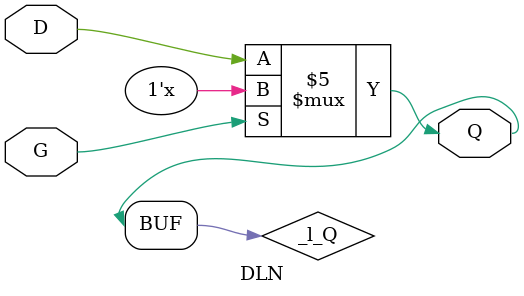
<source format=v>
`ifdef verilator3
`else
`timescale 1 ps / 1 ps
`endif

module DLN
#(
    parameter INIT = 1'b0
)
(
    input  G,
    input  D,
    output Q
);

    reg _l_Q;

    initial begin
        _l_Q = INIT;
    end

    always @(G or D) begin
    
        if (~G) begin
	        _l_Q = D;
        end
    end

    assign Q = _l_Q;

endmodule

</source>
